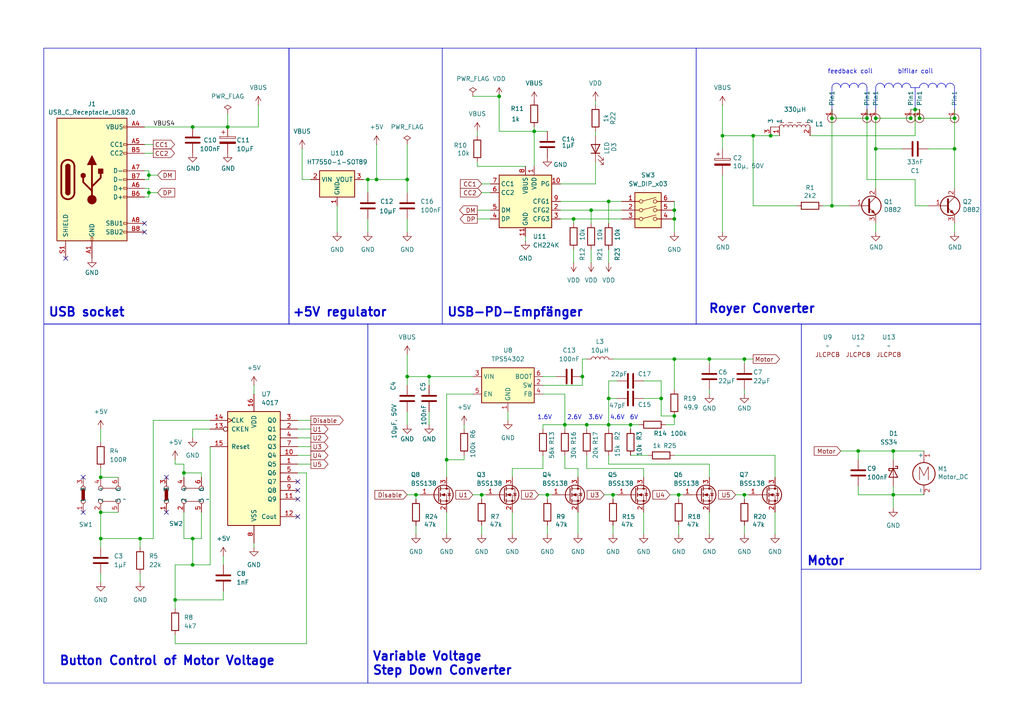
<source format=kicad_sch>
(kicad_sch (version 20250114) (generator "eeschema") (generator_version "9.0")
  (paper "A4")
  (title_block (title "RS64c_PS") (date "2025-05-11") (rev "V1") (company "Ludwin Monz") (comment 1 "you may not use the material for commercial purposes") (comment 2 "you may use non-commercially, adapt, share alike") (comment 3 "https://creativecommons.org/licenses/by-nc-sa/4.0/") (comment 4 "License: Creative Commons Attribution-Non-Commercial (CC BY-NC-SA)"))
  (rectangle (start 265.43 25.4) (end 265.43 31.75))
  (arc (start 275.59 24.13) (mid 276.488 24.502) (end 276.86 25.4))
  (arc (start 262.89 24.13) (mid 263.788 24.502) (end 264.16 25.4))
  (arc (start 247.65 24.13) (mid 248.548 24.502) (end 248.92 25.4))
  (arc (start 248.92 25.4) (mid 249.292 24.502) (end 250.19 24.13))
  (rectangle (start 128.27 13.97) (end 201.93 93.98))
  (rectangle (start 83.82 13.97) (end 128.27 93.98))
  (rectangle (start 106.68 93.98) (end 232.41 198.12))
  (arc (start 260.35 24.13) (mid 261.248 24.502) (end 261.62 25.4))
  (arc (start 254 25.4) (mid 254.372 24.502) (end 255.27 24.13))
  (arc (start 243.84 25.4) (mid 244.212 24.502) (end 245.11 24.13))
  (rectangle (start 201.93 13.97) (end 284.48 93.98))
  (arc (start 255.27 24.13) (mid 256.168 24.502) (end 256.54 25.4))
  (arc (start 241.3 25.4) (mid 241.672 24.502) (end 242.57 24.13))
  (rectangle (start 12.7 13.97) (end 83.82 93.98))
  (rectangle (start 232.41 93.98) (end 284.48 165.1))
  (arc (start 271.78 25.4) (mid 272.152 24.502) (end 273.05 24.13))
  (rectangle (start 12.7 93.98) (end 106.68 198.12))
  (arc (start 261.62 25.4) (mid 261.992 24.502) (end 262.89 24.13))
  (arc (start 274.32 25.4) (mid 274.692 24.502) (end 275.59 24.13))
  (arc (start 246.38 25.4) (mid 246.752 24.502) (end 247.65 24.13))
  (arc (start 242.57 24.13) (mid 243.468 24.502) (end 243.84 25.4))
  (arc (start 266.7 25.4) (mid 267.072 24.502) (end 267.97 24.13))
  (arc (start 269.24 25.4) (mid 269.612 24.502) (end 270.51 24.13))
  (rectangle (start 251.46 25.4) (end 251.46 31.75))
  (arc (start 273.05 24.13) (mid 273.948 24.502) (end 274.32 25.4))
  (rectangle (start 276.86 25.4) (end 276.86 31.75))
  (arc (start 257.81 24.13) (mid 258.708 24.502) (end 259.08 25.4))
  (arc (start 259.08 25.4) (mid 259.452 24.502) (end 260.35 24.13))
  (arc (start 250.19 24.13) (mid 251.088 24.502) (end 251.46 25.4))
  (rectangle (start 241.3 25.4) (end 241.3 31.75))
  (arc (start 245.11 24.13) (mid 246.008 24.502) (end 246.38 25.4))
  (arc (start 267.97 24.13) (mid 268.868 24.502) (end 269.24 25.4))
  (rectangle (start 264.16 25.4) (end 266.7 25.4))
  (rectangle (start 254 25.4) (end 254 31.75))
  (arc (start 256.54 25.4) (mid 256.912 24.502) (end 257.81 24.13))
  (arc (start 270.51 24.13) (mid 271.408 24.502) (end 271.78 25.4))
  (text "+5V regulator" (at 98.552 90.678 0) (effects (font (size 2.54 2.54) (thickness 0.508) (bold yes))))
  (text "3.6V" (at 172.72 121.158 0) (effects (font (size 1.27 1.27))))
  (text "Motor" (at 239.522 162.814 0) (effects (font (size 2.54 2.54) (thickness 0.508) (bold yes))))
  (text "Royer Converter" (at 220.98 89.662 0) (effects (font (size 2.54 2.54) (thickness 0.508) (bold yes))))
  (text "feedback coil" (at 240.03 21.59 0) (effects (font (size 1.27 1.27)) (justify left bottom)))
  (text "4.6V" (at 179.07 121.158 0) (effects (font (size 1.27 1.27))))
  (text "USB-PD-Empfänger " (at 150.368 90.678 0) (effects (font (size 2.54 2.54) (thickness 0.508) (bold yes))))
  (text "Variable Voltage \nStep Down Converter" (at 107.95 192.532 0) (effects (font (size 2.54 2.54) (thickness 0.508) (bold yes)) (justify left)))
  (text "USB socket" (at 25.146 90.678 0) (effects (font (size 2.54 2.54) (thickness 0.508) (bold yes))))
  (text "1.6V" (at 157.988 121.158 0) (effects (font (size 1.27 1.27))))
  (text "bifilar coil" (at 260.35 21.59 0) (effects (font (size 1.27 1.27)) (justify left bottom)))
  (text "2.6V" (at 166.624 121.158 0) (effects (font (size 1.27 1.27))))
  (text "6V" (at 183.896 121.158 0) (effects (font (size 1.27 1.27))))
  (text "Button Control of Motor Voltage" (at 48.514 191.77 0) (effects (font (size 2.54 2.54) (thickness 0.508) (bold yes))))
  (junction (at 195.58 60.96))
  (junction (at 276.86 43.18))
  (junction (at 55.88 36.83))
  (junction (at 241.3 34.29))
  (junction (at 120.65 143.51))
  (junction (at 50.8 173.99))
  (junction (at 223.52 39.37))
  (junction (at 215.9 143.51))
  (junction (at 55.88 156.21))
  (junction (at 248.92 130.81))
  (junction (at 195.58 104.14))
  (junction (at 53.34 137.16))
  (junction (at 254 43.18))
  (junction (at 276.86 34.29))
  (junction (at 171.45 60.96))
  (junction (at 158.75 143.51))
  (junction (at 196.85 143.51))
  (junction (at 218.44 39.37))
  (junction (at 259.08 143.51))
  (junction (at 209.55 39.37))
  (junction (at 144.78 27.94))
  (junction (at 241.3 59.69))
  (junction (at 195.58 63.5))
  (junction (at 251.46 34.29))
  (junction (at 109.22 52.07))
  (junction (at 29.21 156.21))
  (junction (at 176.53 115.57))
  (junction (at 124.46 109.22))
  (junction (at 66.04 36.83))
  (junction (at 106.68 52.07))
  (junction (at 182.88 123.19))
  (junction (at 129.54 133.35))
  (junction (at 205.74 104.14))
  (junction (at 254 34.29))
  (junction (at 191.77 115.57))
  (junction (at 168.91 109.22))
  (junction (at 163.83 123.19))
  (junction (at 118.11 109.22))
  (junction (at 176.53 58.42))
  (junction (at 118.11 52.07))
  (junction (at 264.16 34.29))
  (junction (at 166.37 63.5))
  (junction (at 40.64 156.21))
  (junction (at 43.18 50.8))
  (junction (at 29.21 138.43))
  (junction (at 259.08 130.81))
  (junction (at 139.7 143.51))
  (junction (at 154.94 38.1))
  (junction (at 215.9 104.14))
  (junction (at 177.8 143.51))
  (junction (at 55.88 163.83))
  (junction (at 176.53 123.19))
  (junction (at 195.58 120.65))
  (junction (at 29.21 148.59))
  (junction (at 265.43 31.75))
  (junction (at 266.7 34.29))
  (junction (at 43.18 55.88))
  (junction (at 170.18 123.19))
  (no_connect (at 24.13 138.43))
  (no_connect (at 48.26 148.59))
  (no_connect (at 19.05 74.93))
  (no_connect (at 41.91 64.77))
  (no_connect (at 86.36 142.24))
  (no_connect (at 48.26 138.43))
  (no_connect (at 24.13 148.59))
  (no_connect (at 41.91 67.31))
  (no_connect (at 86.36 139.7))
  (no_connect (at 86.36 144.78))
  (no_connect (at 86.36 149.86))
  (wire (pts (xy 264.16 34.29) (xy 264.16 31.75)))
  (wire (pts (xy 168.91 104.14) (xy 170.18 104.14)))
  (wire (pts (xy 50.8 173.99) (xy 50.8 176.53)))
  (wire (pts (xy 205.74 113.03) (xy 205.74 114.3)))
  (wire (pts (xy 191.77 120.65) (xy 191.77 115.57)))
  (wire (pts (xy 43.18 49.53) (xy 43.18 50.8)))
  (wire (pts (xy 195.58 132.08) (xy 224.79 132.08)))
  (wire (pts (xy 171.45 60.96) (xy 180.34 60.96)))
  (wire (pts (xy 55.88 127) (xy 55.88 124.46)))
  (wire (pts (xy 194.31 143.51) (xy 196.85 143.51)))
  (wire (pts (xy 29.21 124.46) (xy 29.21 128.27)))
  (wire (pts (xy 41.91 44.45) (xy 44.45 44.45)))
  (wire (pts (xy 118.11 52.07) (xy 118.11 55.88)))
  (wire (pts (xy 176.53 123.19) (xy 182.88 123.19)))
  (wire (pts (xy 86.36 124.46) (xy 90.17 124.46)))
  (wire (pts (xy 195.58 58.42) (xy 195.58 60.96)))
  (wire (pts (xy 120.65 152.4) (xy 120.65 154.94)))
  (wire (pts (xy 251.46 34.29) (xy 251.46 52.07)))
  (wire (pts (xy 118.11 119.38) (xy 118.11 123.19)))
  (wire (pts (xy 58.42 156.21) (xy 55.88 156.21)))
  (wire (pts (xy 64.77 171.45) (xy 64.77 173.99)))
  (wire (pts (xy 265.43 31.75) (xy 266.7 31.75)))
  (wire (pts (xy 138.43 60.96) (xy 142.24 60.96)))
  (wire (pts (xy 166.37 63.5) (xy 180.34 63.5)))
  (wire (pts (xy 224.79 132.08) (xy 224.79 138.43)))
  (wire (pts (xy 215.9 104.14) (xy 218.44 104.14)))
  (wire (pts (xy 147.32 119.38) (xy 147.32 121.92)))
  (wire (pts (xy 176.53 134.62) (xy 205.74 134.62)))
  (wire (pts (xy 264.16 34.29) (xy 254 34.29)))
  (wire (pts (xy 154.94 38.1) (xy 158.75 38.1)))
  (wire (pts (xy 163.83 123.19) (xy 163.83 124.46)))
  (wire (pts (xy 259.08 143.51) (xy 267.97 143.51)))
  (wire (pts (xy 58.42 137.16) (xy 53.34 137.16)))
  (wire (pts (xy 29.21 148.59) (xy 29.21 156.21)))
  (wire (pts (xy 254 34.29) (xy 254 43.18)))
  (wire (pts (xy 209.55 30.48) (xy 209.55 39.37)))
  (wire (pts (xy 144.78 38.1) (xy 154.94 38.1)))
  (wire (pts (xy 29.21 148.59) (xy 34.29 148.59)))
  (wire (pts (xy 124.46 109.22) (xy 124.46 111.76)))
  (wire (pts (xy 196.85 144.78) (xy 196.85 143.51)))
  (wire (pts (xy 248.92 133.35) (xy 248.92 130.81)))
  (wire (pts (xy 172.72 38.1) (xy 172.72 39.37)))
  (wire (pts (xy 41.91 41.91) (xy 44.45 41.91)))
  (wire (pts (xy 196.85 152.4) (xy 196.85 154.94)))
  (wire (pts (xy 176.53 58.42) (xy 176.53 64.77)))
  (wire (pts (xy 129.54 114.3) (xy 129.54 133.35)))
  (wire (pts (xy 134.62 123.19) (xy 134.62 124.46)))
  (wire (pts (xy 213.36 143.51) (xy 215.9 143.51)))
  (wire (pts (xy 223.52 39.37) (xy 226.06 39.37)))
  (wire (pts (xy 55.88 156.21) (xy 53.34 156.21)))
  (wire (pts (xy 134.62 132.08) (xy 134.62 133.35)))
  (wire (pts (xy 182.88 132.08) (xy 187.96 132.08)))
  (wire (pts (xy 129.54 114.3) (xy 137.16 114.3)))
  (wire (pts (xy 243.84 130.81) (xy 248.92 130.81)))
  (wire (pts (xy 251.46 34.29) (xy 241.3 34.29)))
  (wire (pts (xy 276.86 34.29) (xy 266.7 34.29)))
  (wire (pts (xy 176.53 58.42) (xy 180.34 58.42)))
  (wire (pts (xy 43.18 55.88) (xy 43.18 57.15)))
  (wire (pts (xy 86.36 134.62) (xy 90.17 134.62)))
  (wire (pts (xy 205.74 148.59) (xy 205.74 154.94)))
  (wire (pts (xy 120.65 144.78) (xy 120.65 143.51)))
  (wire (pts (xy 118.11 109.22) (xy 118.11 111.76)))
  (wire (pts (xy 29.21 135.89) (xy 29.21 138.43)))
  (wire (pts (xy 157.48 124.46) (xy 157.48 123.19)))
  (wire (pts (xy 241.3 34.29) (xy 241.3 59.69)))
  (wire (pts (xy 170.18 123.19) (xy 170.18 124.46)))
  (wire (pts (xy 87.63 43.18) (xy 87.63 52.07)))
  (wire (pts (xy 148.59 135.89) (xy 148.59 138.43)))
  (wire (pts (xy 166.37 72.39) (xy 166.37 76.2)))
  (wire (pts (xy 276.86 31.75) (xy 276.86 34.29)))
  (wire (pts (xy 157.48 123.19) (xy 163.83 123.19)))
  (wire (pts (xy 179.07 115.57) (xy 176.53 115.57)))
  (wire (pts (xy 118.11 41.91) (xy 118.11 52.07)))
  (wire (pts (xy 223.52 39.37) (xy 218.44 39.37)))
  (wire (pts (xy 195.58 104.14) (xy 195.58 113.03)))
  (wire (pts (xy 168.91 104.14) (xy 168.91 109.22)))
  (wire (pts (xy 276.86 67.31) (xy 276.86 64.77)))
  (wire (pts (xy 265.43 52.07) (xy 265.43 59.69)))
  (wire (pts (xy 215.9 113.03) (xy 215.9 114.3)))
  (wire (pts (xy 55.88 163.83) (xy 60.96 163.83)))
  (wire (pts (xy 251.46 52.07) (xy 265.43 52.07)))
  (wire (pts (xy 124.46 109.22) (xy 137.16 109.22)))
  (wire (pts (xy 196.85 143.51) (xy 198.12 143.51)))
  (wire (pts (xy 58.42 138.43) (xy 58.42 137.16)))
  (wire (pts (xy 218.44 59.69) (xy 218.44 39.37)))
  (wire (pts (xy 205.74 104.14) (xy 215.9 104.14)))
  (wire (pts (xy 248.92 130.81) (xy 259.08 130.81)))
  (wire (pts (xy 254 31.75) (xy 254 34.29)))
  (wire (pts (xy 251.46 31.75) (xy 251.46 34.29)))
  (wire (pts (xy 106.68 52.07) (xy 105.41 52.07)))
  (wire (pts (xy 138.43 46.99) (xy 138.43 48.26)))
  (wire (pts (xy 264.16 31.75) (xy 265.43 31.75)))
  (wire (pts (xy 191.77 110.49) (xy 191.77 115.57)))
  (wire (pts (xy 168.91 109.22) (xy 168.91 111.76)))
  (wire (pts (xy 157.48 135.89) (xy 157.48 132.08)))
  (wire (pts (xy 170.18 135.89) (xy 186.69 135.89)))
  (wire (pts (xy 138.43 63.5) (xy 142.24 63.5)))
  (wire (pts (xy 265.43 59.69) (xy 269.24 59.69)))
  (wire (pts (xy 40.64 166.37) (xy 40.64 168.91)))
  (wire (pts (xy 224.79 148.59) (xy 224.79 154.94)))
  (wire (pts (xy 60.96 129.54) (xy 60.96 163.83)))
  (wire (pts (xy 261.62 43.18) (xy 254 43.18)))
  (wire (pts (xy 163.83 114.3) (xy 157.48 114.3)))
  (wire (pts (xy 154.94 38.1) (xy 154.94 48.26)))
  (wire (pts (xy 50.8 184.15) (xy 50.8 186.69)))
  (wire (pts (xy 215.9 152.4) (xy 215.9 154.94)))
  (wire (pts (xy 248.92 140.97) (xy 248.92 143.51)))
  (wire (pts (xy 64.77 161.29) (xy 64.77 163.83)))
  (wire (pts (xy 137.16 143.51) (xy 139.7 143.51)))
  (wire (pts (xy 50.8 133.35) (xy 50.8 134.62)))
  (wire (pts (xy 43.18 57.15) (xy 41.91 57.15)))
  (wire (pts (xy 254 67.31) (xy 254 64.77)))
  (wire (pts (xy 157.48 109.22) (xy 161.29 109.22)))
  (wire (pts (xy 43.18 54.61) (xy 43.18 55.88)))
  (wire (pts (xy 73.66 157.48) (xy 73.66 158.75)))
  (wire (pts (xy 215.9 144.78) (xy 215.9 143.51)))
  (wire (pts (xy 129.54 148.59) (xy 129.54 154.94)))
  (wire (pts (xy 191.77 115.57) (xy 186.69 115.57)))
  (wire (pts (xy 265.43 39.37) (xy 234.95 39.37)))
  (wire (pts (xy 66.04 36.83) (xy 74.93 36.83)))
  (wire (pts (xy 50.8 186.69) (xy 88.9 186.69)))
  (wire (pts (xy 139.7 143.51) (xy 140.97 143.51)))
  (wire (pts (xy 134.62 133.35) (xy 129.54 133.35)))
  (wire (pts (xy 175.26 143.51) (xy 177.8 143.51)))
  (wire (pts (xy 177.8 144.78) (xy 177.8 143.51)))
  (wire (pts (xy 97.79 59.69) (xy 97.79 67.31)))
  (wire (pts (xy 158.75 152.4) (xy 158.75 154.94)))
  (wire (pts (xy 205.74 134.62) (xy 205.74 138.43)))
  (wire (pts (xy 29.21 166.37) (xy 29.21 168.91)))
  (wire (pts (xy 254 43.18) (xy 254 54.61)))
  (wire (pts (xy 53.34 134.62) (xy 53.34 137.16)))
  (wire (pts (xy 139.7 53.34) (xy 142.24 53.34)))
  (wire (pts (xy 162.56 63.5) (xy 166.37 63.5)))
  (wire (pts (xy 41.91 36.83) (xy 55.88 36.83)))
  (wire (pts (xy 195.58 120.65) (xy 195.58 123.19)))
  (wire (pts (xy 171.45 60.96) (xy 171.45 64.77)))
  (wire (pts (xy 215.9 104.14) (xy 215.9 105.41)))
  (wire (pts (xy 166.37 63.5) (xy 166.37 64.77)))
  (wire (pts (xy 182.88 123.19) (xy 182.88 124.46)))
  (wire (pts (xy 195.58 123.19) (xy 193.04 123.19)))
  (wire (pts (xy 167.64 148.59) (xy 167.64 154.94)))
  (wire (pts (xy 29.21 138.43) (xy 34.29 138.43)))
  (wire (pts (xy 55.88 156.21) (xy 55.88 163.83)))
  (wire (pts (xy 58.42 148.59) (xy 58.42 156.21)))
  (wire (pts (xy 195.58 104.14) (xy 205.74 104.14)))
  (wire (pts (xy 87.63 52.07) (xy 90.17 52.07)))
  (wire (pts (xy 50.8 173.99) (xy 64.77 173.99)))
  (wire (pts (xy 176.53 123.19) (xy 176.53 124.46)))
  (wire (pts (xy 231.14 59.69) (xy 218.44 59.69)))
  (wire (pts (xy 158.75 144.78) (xy 158.75 143.51)))
  (wire (pts (xy 241.3 31.75) (xy 241.3 34.29)))
  (wire (pts (xy 218.44 39.37) (xy 209.55 39.37)))
  (wire (pts (xy 269.24 43.18) (xy 276.86 43.18)))
  (wire (pts (xy 163.83 123.19) (xy 170.18 123.19)))
  (wire (pts (xy 106.68 63.5) (xy 106.68 67.31)))
  (wire (pts (xy 179.07 110.49) (xy 176.53 110.49)))
  (wire (pts (xy 118.11 143.51) (xy 120.65 143.51)))
  (wire (pts (xy 172.72 29.21) (xy 172.72 30.48)))
  (wire (pts (xy 195.58 63.5) (xy 195.58 67.31)))
  (wire (pts (xy 259.08 130.81) (xy 259.08 133.35)))
  (wire (pts (xy 86.36 121.92) (xy 90.17 121.92)))
  (wire (pts (xy 186.69 135.89) (xy 186.69 138.43)))
  (wire (pts (xy 139.7 152.4) (xy 139.7 154.94)))
  (wire (pts (xy 88.9 137.16) (xy 86.36 137.16)))
  (wire (pts (xy 195.58 60.96) (xy 195.58 63.5)))
  (wire (pts (xy 43.18 50.8) (xy 45.72 50.8)))
  (wire (pts (xy 109.22 52.07) (xy 118.11 52.07)))
  (wire (pts (xy 148.59 148.59) (xy 148.59 154.94)))
  (wire (pts (xy 265.43 31.75) (xy 265.43 39.37)))
  (wire (pts (xy 40.64 156.21) (xy 44.45 156.21)))
  (wire (pts (xy 176.53 115.57) (xy 176.53 123.19)))
  (wire (pts (xy 176.53 110.49) (xy 176.53 115.57)))
  (wire (pts (xy 120.65 143.51) (xy 121.92 143.51)))
  (wire (pts (xy 248.92 143.51) (xy 259.08 143.51)))
  (wire (pts (xy 158.75 143.51) (xy 160.02 143.51)))
  (wire (pts (xy 148.59 135.89) (xy 157.48 135.89)))
  (wire (pts (xy 55.88 36.83) (xy 66.04 36.83)))
  (wire (pts (xy 177.8 143.51) (xy 179.07 143.51)))
  (wire (pts (xy 43.18 50.8) (xy 43.18 52.07)))
  (wire (pts (xy 276.86 34.29) (xy 276.86 43.18)))
  (wire (pts (xy 86.36 127) (xy 90.17 127)))
  (wire (pts (xy 74.93 30.48) (xy 74.93 36.83)))
  (wire (pts (xy 182.88 123.19) (xy 185.42 123.19)))
  (wire (pts (xy 162.56 58.42) (xy 176.53 58.42)))
  (wire (pts (xy 176.53 72.39) (xy 176.53 76.2)))
  (wire (pts (xy 162.56 53.34) (xy 172.72 53.34)))
  (wire (pts (xy 88.9 186.69) (xy 88.9 137.16)))
  (wire (pts (xy 163.83 132.08) (xy 163.83 135.89)))
  (wire (pts (xy 29.21 158.75) (xy 29.21 156.21)))
  (wire (pts (xy 118.11 102.87) (xy 118.11 109.22)))
  (wire (pts (xy 50.8 163.83) (xy 55.88 163.83)))
  (wire (pts (xy 41.91 52.07) (xy 43.18 52.07)))
  (wire (pts (xy 259.08 130.81) (xy 267.97 130.81)))
  (wire (pts (xy 209.55 39.37) (xy 209.55 43.18)))
  (wire (pts (xy 156.21 143.51) (xy 158.75 143.51)))
  (wire (pts (xy 118.11 63.5) (xy 118.11 67.31)))
  (wire (pts (xy 205.74 104.14) (xy 205.74 105.41)))
  (wire (pts (xy 154.94 36.83) (xy 154.94 38.1)))
  (wire (pts (xy 44.45 121.92) (xy 60.96 121.92)))
  (wire (pts (xy 73.66 111.76) (xy 73.66 114.3)))
  (wire (pts (xy 41.91 54.61) (xy 43.18 54.61)))
  (wire (pts (xy 241.3 59.69) (xy 246.38 59.69)))
  (wire (pts (xy 55.88 124.46) (xy 60.96 124.46)))
  (wire (pts (xy 139.7 55.88) (xy 142.24 55.88)))
  (wire (pts (xy 259.08 140.97) (xy 259.08 143.51)))
  (wire (pts (xy 171.45 72.39) (xy 171.45 76.2)))
  (wire (pts (xy 44.45 121.92) (xy 44.45 156.21)))
  (wire (pts (xy 209.55 50.8) (xy 209.55 67.31)))
  (wire (pts (xy 53.34 137.16) (xy 53.34 138.43)))
  (wire (pts (xy 191.77 120.65) (xy 195.58 120.65)))
  (wire (pts (xy 106.68 52.07) (xy 109.22 52.07)))
  (wire (pts (xy 124.46 119.38) (xy 124.46 123.19)))
  (wire (pts (xy 66.04 33.02) (xy 66.04 36.83)))
  (wire (pts (xy 138.43 48.26) (xy 152.4 48.26)))
  (wire (pts (xy 241.3 59.69) (xy 238.76 59.69)))
  (wire (pts (xy 43.18 55.88) (xy 45.72 55.88)))
  (wire (pts (xy 86.36 132.08) (xy 90.17 132.08)))
  (wire (pts (xy 186.69 110.49) (xy 191.77 110.49)))
  (wire (pts (xy 53.34 148.59) (xy 53.34 156.21)))
  (wire (pts (xy 40.64 156.21) (xy 40.64 158.75)))
  (wire (pts (xy 266.7 34.29) (xy 266.7 31.75)))
  (wire (pts (xy 50.8 173.99) (xy 50.8 163.83)))
  (wire (pts (xy 50.8 134.62) (xy 53.34 134.62)))
  (wire (pts (xy 162.56 60.96) (xy 171.45 60.96)))
  (wire (pts (xy 163.83 114.3) (xy 163.83 123.19)))
  (wire (pts (xy 177.8 152.4) (xy 177.8 154.94)))
  (wire (pts (xy 41.91 49.53) (xy 43.18 49.53)))
  (wire (pts (xy 129.54 133.35) (xy 129.54 138.43)))
  (wire (pts (xy 167.64 135.89) (xy 167.64 138.43)))
  (wire (pts (xy 109.22 41.91) (xy 109.22 52.07)))
  (wire (pts (xy 144.78 27.94) (xy 144.78 38.1)))
  (wire (pts (xy 157.48 111.76) (xy 168.91 111.76)))
  (wire (pts (xy 86.36 129.54) (xy 90.17 129.54)))
  (wire (pts (xy 118.11 109.22) (xy 124.46 109.22)))
  (wire (pts (xy 106.68 52.07) (xy 106.68 55.88)))
  (wire (pts (xy 177.8 104.14) (xy 195.58 104.14)))
  (wire (pts (xy 137.16 27.94) (xy 144.78 27.94)))
  (wire (pts (xy 176.53 132.08) (xy 176.53 134.62)))
  (wire (pts (xy 215.9 143.51) (xy 217.17 143.51)))
  (wire (pts (xy 170.18 123.19) (xy 176.53 123.19)))
  (wire (pts (xy 139.7 144.78) (xy 139.7 143.51)))
  (wire (pts (xy 276.86 43.18) (xy 276.86 54.61)))
  (wire (pts (xy 152.4 68.58) (xy 152.4 69.85)))
  (wire (pts (xy 172.72 46.99) (xy 172.72 53.34)))
  (wire (pts (xy 163.83 135.89) (xy 167.64 135.89)))
  (wire (pts (xy 29.21 156.21) (xy 40.64 156.21)))
  (wire (pts (xy 138.43 38.1) (xy 138.43 39.37)))
  (wire (pts (xy 186.69 148.59) (xy 186.69 154.94)))
  (wire (pts (xy 259.08 143.51) (xy 259.08 147.32)))
  (wire (pts (xy 170.18 132.08) (xy 170.18 135.89)))
  (label "VBUS4" (at 44.45 36.83 0))
  (global_label "U5" (shape input) (at 213.36 143.51 180) (property "Intersheetrefs" "${INTERSHEET_REFS}" (effects (hide yes))))
  (global_label "U3" (shape input) (at 175.26 143.51 180) (property "Intersheetrefs" "${INTERSHEET_REFS}" (effects (hide yes))))
  (global_label "Disable" (shape input) (at 118.11 143.51 180) (property "Intersheetrefs" "${INTERSHEET_REFS}" (effects (hide yes))))
  (global_label "U2" (shape input) (at 156.21 143.51 180) (property "Intersheetrefs" "${INTERSHEET_REFS}" (effects (hide yes))))
  (global_label "CC2" (shape output) (at 44.45 44.45 0) (property "Intersheetrefs" "${INTERSHEET_REFS}" (effects (hide yes))))
  (global_label "U4" (shape output) (at 90.17 132.08 0) (property "Intersheetrefs" "${INTERSHEET_REFS}" (effects (hide yes))))
  (global_label "Motor" (shape input) (at 243.84 130.81 180) (property "Intersheetrefs" "${INTERSHEET_REFS}" (effects (hide yes))))
  (global_label "DM" (shape output) (at 138.43 60.96 180) (property "Intersheetrefs" "${INTERSHEET_REFS}" (effects (hide yes))))
  (global_label "DP" (shape input) (at 45.72 55.88 0) (property "Intersheetrefs" "${INTERSHEET_REFS}" (effects (hide yes))))
  (global_label "U5" (shape output) (at 90.17 134.62 0) (property "Intersheetrefs" "${INTERSHEET_REFS}" (effects (hide yes))))
  (global_label "CC1" (shape output) (at 44.45 41.91 0) (property "Intersheetrefs" "${INTERSHEET_REFS}" (effects (hide yes))))
  (global_label "DM" (shape input) (at 45.72 50.8 0) (property "Intersheetrefs" "${INTERSHEET_REFS}" (effects (hide yes))))
  (global_label "U1" (shape input) (at 137.16 143.51 180) (property "Intersheetrefs" "${INTERSHEET_REFS}" (effects (hide yes))))
  (global_label "U4" (shape input) (at 194.31 143.51 180) (property "Intersheetrefs" "${INTERSHEET_REFS}" (effects (hide yes))))
  (global_label "U2" (shape output) (at 90.17 127 0) (property "Intersheetrefs" "${INTERSHEET_REFS}" (effects (hide yes))))
  (global_label "U1" (shape output) (at 90.17 124.46 0) (property "Intersheetrefs" "${INTERSHEET_REFS}" (effects (hide yes))))
  (global_label "DP" (shape output) (at 138.43 63.5 180) (property "Intersheetrefs" "${INTERSHEET_REFS}" (effects (hide yes))))
  (global_label "Disable" (shape output) (at 90.17 121.92 0) (property "Intersheetrefs" "${INTERSHEET_REFS}" (effects (hide yes))))
  (global_label "Motor" (shape output) (at 218.44 104.14 0) (property "Intersheetrefs" "${INTERSHEET_REFS}" (effects (hide yes))))
  (global_label "CC1" (shape input) (at 139.7 53.34 180) (property "Intersheetrefs" "${INTERSHEET_REFS}" (effects (hide yes))))
  (global_label "CC2" (shape input) (at 139.7 55.88 180) (property "Intersheetrefs" "${INTERSHEET_REFS}" (effects (hide yes))))
  (global_label "U3" (shape output) (at 90.17 129.54 0) (property "Intersheetrefs" "${INTERSHEET_REFS}" (effects (hide yes))))
  (symbol (lib_id "RD56c_PS_V1-rescue:CP-Device") (at 209.55 46.99 0) (unit 1)
    (property "Reference" "C2" (at 212.5472 45.8216 0) (effects (justify left)))
    (property "Value" "10µ, 50V" (at 212.5472 48.133 0) (effects (justify left)))
    (property "Footprint" "Capacitor_SMD:C_1206_3216Metric" (effects (hide yes)))
    (property "LCSC" "C13585" (effects (hide yes)))
  )
  (symbol (lib_id "Device:Q_NPN_BCE") (at 251.46 59.69 0) (unit 1)
    (property "Reference" "Q1" (at 256.3114 58.5216 0) (effects (justify left)))
    (property "Value" "D882" (at 256.3114 60.833 0) (effects (justify left)))
    (property "Footprint" "my_footprints:D882" (effects (hide yes)))
    (property "LCSC" "C9634" (effects (hide yes)))
  )
  (symbol (lib_id "Device:Q_NPN_BCE") (at 274.32 59.69 0) (unit 1)
    (property "Reference" "Q2" (at 279.1714 58.5216 0) (effects (justify left)))
    (property "Value" "D882" (at 279.1714 60.833 0) (effects (justify left)))
    (property "Footprint" "my_footprints:D882" (effects (hide yes)))
    (property "LCSC" "C9634" (effects (hide yes)))
  )
  (symbol (lib_id "my_symbols:coil_2size") (at 228.6 36.83 0) (unit 1)
    (property "Reference" "L1" (at 236.4232 35.9664 0) (effects (justify left)))
    (property "Value" "330µH" (at 227.33 31.75 0) (effects (justify left)))
    (property "Footprint" "Inductor_SMD:L_SXN_SMDRI127" (effects (hide yes)))
    (property "LCSC" "C10152" (effects (hide yes)))
  )
  (symbol (lib_id "Device:C") (at 265.43 43.18 270) (unit 1)
    (property "Reference" "C1" (at 265.43 49.53 90))
    (property "Value" "33nF" (at 265.43 46.99 90))
    (property "Footprint" "Capacitor_SMD:C_1812_4532Metric" (effects (hide yes)))
    (property "LCSC" "C97977" (effects (hide yes)))
  )
  (symbol (lib_id "Device:R") (at 234.95 59.69 270) (unit 1)
    (property "Reference" "R1" (at 234.95 54.4322 90))
    (property "Value" "2k2" (at 234.95 56.7436 90))
    (property "Footprint" "Resistor_SMD:R_0603_1608Metric" (effects (hide yes)))
    (property "LCSC" "C4190" (effects (hide yes)))
  )
  (symbol (lib_id "power:GND") (at 209.55 67.31 0) (unit 1)
    (property "Reference" "#PWR02" (effects (hide yes)))
    (property "Value" "GND" (at 209.677 71.7042 0))
  )
  (symbol (lib_id "power:GND") (at 254 67.31 0) (unit 1)
    (property "Reference" "#PWR03" (effects (hide yes)))
    (property "Value" "GND" (at 254.127 71.7042 0))
  )
  (symbol (lib_id "power:GND") (at 276.86 67.31 0) (unit 1)
    (property "Reference" "#PWR04" (effects (hide yes)))
    (property "Value" "GND" (at 276.987 71.7042 0))
  )
  (symbol (lib_id "my_symbols:Pin-Connector") (at 238.76 34.29 90) (unit 1)
    (property "Reference" "U1" (effects (hide yes)))
    (property "Value" "Pin-Connector" (effects (hide yes)))
    (property "Footprint" "my_footprints:Pin_2mm" (effects (hide yes)))
  )
  (symbol (lib_id "my_symbols:Pin-Connector") (at 248.92 34.29 90) (unit 1)
    (property "Reference" "U2" (effects (hide yes)))
    (property "Value" "Pin-Connector" (effects (hide yes)))
    (property "Footprint" "my_footprints:Pin_2mm" (effects (hide yes)))
  )
  (symbol (lib_id "my_symbols:Pin-Connector") (at 251.46 34.29 90) (unit 1)
    (property "Reference" "U3" (effects (hide yes)))
    (property "Value" "Pin-Connector" (effects (hide yes)))
    (property "Footprint" "my_footprints:Pin_2mm" (effects (hide yes)))
  )
  (symbol (lib_id "my_symbols:Pin-Connector") (at 261.62 34.29 90) (unit 1)
    (property "Reference" "U4" (effects (hide yes)))
    (property "Value" "Pin-Connector" (effects (hide yes)))
    (property "Footprint" "my_footprints:Pin_2mm" (effects (hide yes)))
  )
  (symbol (lib_id "my_symbols:Pin-Connector") (at 264.16 34.29 90) (unit 1)
    (property "Reference" "U5" (effects (hide yes)))
    (property "Value" "Pin-Connector" (effects (hide yes)))
    (property "Footprint" "my_footprints:Pin_2mm" (effects (hide yes)))
  )
  (symbol (lib_id "my_symbols:Pin-Connector") (at 274.32 34.29 90) (unit 1)
    (property "Reference" "U6" (effects (hide yes)))
    (property "Value" "Pin-Connector" (effects (hide yes)))
    (property "Footprint" "my_footprints:Pin_2mm" (effects (hide yes)))
  )
  (symbol (lib_id "Device:C") (at 248.92 137.16 0) (unit 1)
    (property "Reference" "C9" (at 251.46 135.89 0) (effects (justify left)))
    (property "Value" "100nF" (at 251.46 138.43 0) (effects (justify left)))
    (property "Footprint" "Capacitor_SMD:C_0603_1608Metric" (effects (hide yes)))
    (property "LCSC" "C14663" (effects (hide yes)))
  )
  (symbol (lib_id "Device:R") (at 170.18 128.27 0) (unit 1)
    (property "Reference" "R17" (at 172.72 129.032 90) (effects (justify left)))
    (property "Value" "20k" (at 172.72 133.096 90) (effects (justify left)))
    (property "Footprint" "Resistor_SMD:R_0402_1005Metric" (effects (hide yes)))
    (property "Description" "Resistor" (effects (hide yes)))
    (property "LCSC" "C25765" (effects (hide yes)))
  )
  (symbol (lib_id "power:GND") (at 177.8 154.94 0) (unit 1)
    (property "Reference" "#PWR036" (effects (hide yes)))
    (property "Value" "GND" (at 177.8 160.02 0))
    (property "Description" "Power symbol creates a global label with name \"GND\" , ground" (effects (hide yes)))
  )
  (symbol (lib_id "Device:D_Schottky") (at 259.08 137.16 270) (unit 1)
    (property "Reference" "D1" (at 257.81 125.73 90) (effects (justify left)))
    (property "Value" "SS34" (at 255.27 128.27 90) (effects (justify left)))
    (property "Footprint" "my_footprints:DIOM7959X265N" (effects (hide yes)))
    (property "LCSC" "C8678" (effects (hide yes)))
  )
  (symbol (lib_id "power:GND") (at 158.75 154.94 0) (unit 1)
    (property "Reference" "#PWR031" (effects (hide yes)))
    (property "Value" "GND" (at 158.75 160.02 0))
    (property "Description" "Power symbol creates a global label with name \"GND\" , ground" (effects (hide yes)))
  )
  (symbol (lib_id "Device:LED") (at 172.72 43.18 90) (unit 1)
    (property "Reference" "D3" (at 178.054 42.672 0))
    (property "Value" "LED" (at 176.022 42.926 0))
    (property "Footprint" "LED_SMD:LED_0805_2012Metric" (effects (hide yes)))
    (property "Description" "Light emitting diode" (effects (hide yes)))
    (property "Sim.Pins" "1=K 2=A" (effects (hide yes)))
    (property "LCSC" "C84256" (effects (hide yes)))
  )
  (symbol (lib_id "power:GND") (at 205.74 114.3 0) (unit 1)
    (property "Reference" "#PWR08" (effects (hide yes)))
    (property "Value" "GND" (at 205.74 118.4331 0))
  )
  (symbol (lib_id "New_Library:JLCPCB") (at 257.81 102.87 0) (unit 1)
    (property "Reference" "U13" (at 257.81 97.79 0))
    (property "Value" "~" (at 257.81 100.33 0))
    (property "Footprint" "my_footprints:JLC_tooling_hole" (effects (hide yes)))
  )
  (symbol (lib_id "power:GND") (at 29.21 168.91 0) (unit 1)
    (property "Reference" "#PWR010" (effects (hide yes)))
    (property "Value" "GND" (at 29.21 173.99 0))
    (property "Description" "Power symbol creates a global label with name \"GND\" , ground" (effects (hide yes)))
  )
  (symbol (lib_id "Device:R") (at 172.72 34.29 0) (unit 1)
    (property "Reference" "R22" (at 177.8 34.29 90))
    (property "Value" "1k" (at 175.768 34.29 90))
    (property "Footprint" "Resistor_SMD:R_0603_1608Metric" (effects (hide yes)))
    (property "Description" "Resistor" (effects (hide yes)))
    (property "LCSC" "C21190" (effects (hide yes)))
  )
  (symbol (lib_id "power:GND") (at 97.79 67.31 0) (unit 1)
    (property "Reference" "#PWR030" (effects (hide yes)))
    (property "Value" "GND" (at 97.79 72.39 0))
    (property "Description" "Power symbol creates a global label with name \"GND\" , ground" (effects (hide yes)))
  )
  (symbol (lib_id "Device:R") (at 139.7 148.59 0) (unit 1)
    (property "Reference" "R7" (at 142.24 149.86 0) (effects (justify left)))
    (property "Value" "47k" (at 141.986 152.146 0) (effects (justify left)))
    (property "Footprint" "Resistor_SMD:R_0402_1005Metric" (effects (hide yes)))
    (property "Description" "Resistor" (effects (hide yes)))
    (property "LCSC" "C25792" (effects (hide yes)))
  )
  (symbol (lib_id "Device:C") (at 158.75 41.91 0) (unit 1)
    (property "Reference" "C14" (at 164.846 40.386 0))
    (property "Value" "1µF" (at 164.846 42.164 0))
    (property "Footprint" "Capacitor_SMD:C_0603_1608Metric" (effects (hide yes)))
    (property "Description" "Unpolarized capacitor" (effects (hide yes)))
    (property "LCSC" "C15849" (effects (hide yes)))
  )
  (symbol (lib_id "Transistor_FET:BSS138") (at 146.05 143.51 0) (unit 1)
    (property "Reference" "Q3" (at 138.176 137.668 0) (effects (justify left)))
    (property "Value" "BSS138" (at 138.176 140.208 0) (effects (justify left)))
    (property "Footprint" "Package_TO_SOT_SMD:SOT-23" (effects (hide yes)))
    (property "Datasheet" "https://www.onsemi.com/pub/Collateral/BSS138-D.PDF" (effects (hide yes)))
    (property "Description" "50V Vds, 0.22A Id, N-Channel MOSFET, SOT-23" (effects (hide yes)))
    (property "LCSC" "C7420339" (effects (hide yes)))
  )
  (symbol (lib_id "power:+5V") (at 64.77 161.29 0) (unit 1)
    (property "Reference" "#PWR012" (effects (hide yes)))
    (property "Value" "+5V" (at 64.77 156.21 0))
    (property "Description" "Power symbol creates a global label with name \"+5V\"" (effects (hide yes)))
  )
  (symbol (lib_id "Device:C") (at 182.88 115.57 90) (unit 1)
    (property "Reference" "C15" (at 186.944 117.348 90))
    (property "Value" "47pF" (at 179.07 117.602 90))
    (property "Footprint" "Capacitor_SMD:C_0603_1608Metric" (effects (hide yes)))
    (property "Description" "Unpolarized capacitor" (effects (hide yes)))
    (property "LCSC" "C1671" (effects (hide yes)))
  )
  (symbol (lib_id "Device:R") (at 154.94 33.02 0) (unit 1)
    (property "Reference" "R11" (at 148.082 31.496 0) (effects (justify left)))
    (property "Value" "1k" (at 148.336 34.544 0) (effects (justify left)))
    (property "Footprint" "Resistor_SMD:R_0402_1005Metric" (effects (hide yes)))
    (property "Description" "Resistor" (effects (hide yes)))
    (property "LCSC" "C11702" (effects (hide yes)))
  )
  (symbol (lib_id "power:GND") (at 139.7 154.94 0) (unit 1)
    (property "Reference" "#PWR025" (effects (hide yes)))
    (property "Value" "GND" (at 139.7 160.02 0))
    (property "Description" "Power symbol creates a global label with name \"GND\" , ground" (effects (hide yes)))
  )
  (symbol (lib_id "power:PWR_FLAG") (at 137.16 27.94 0) (unit 1)
    (property "Reference" "#FLG03" (effects (hide yes)))
    (property "Value" "PWR_FLAG" (at 137.16 22.86 0))
    (property "Description" "Special symbol for telling ERC where power comes from" (effects (hide yes)))
  )
  (symbol (lib_id "Device:R") (at 134.62 128.27 0) (unit 1)
    (property "Reference" "R6" (at 137.16 127.254 90) (effects (justify left)))
    (property "Value" "100k" (at 137.16 132.842 90) (effects (justify left)))
    (property "Footprint" "Resistor_SMD:R_0402_1005Metric" (effects (hide yes)))
    (property "Description" "Resistor" (effects (hide yes)))
    (property "LCSC" "C25741" (effects (hide yes)))
  )
  (symbol (lib_id "Switch:SW_DIP_x03") (at 187.96 60.96 0) (unit 1)
    (property "Reference" "SW3" (at 187.96 50.8 0))
    (property "Value" "SW_DIP_x03" (at 187.96 53.34 0))
    (property "Footprint" "Button_Switch_SMD:SW_DIP_SPSTx03_Slide_9.78x9.8mm_W8.61mm_P2.54mm" (effects (hide yes)))
    (property "Description" "3x DIP Switch, Single Pole Single Throw (SPST) switch, small symbol" (effects (hide yes)))
    (property "LCSC" "C7421520" (effects (hide yes)))
  )
  (symbol (lib_id "Device:C") (at 106.68 59.69 0) (unit 1)
    (property "Reference" "C12" (at 110.236 58.42 0) (effects (justify left)))
    (property "Value" "10µF" (at 109.982 61.214 0) (effects (justify left)))
    (property "Footprint" "Capacitor_SMD:C_1206_3216Metric" (effects (hide yes)))
    (property "Description" "Unpolarized capacitor" (effects (hide yes)))
    (property "LCSC" "C13585" (effects (hide yes)))
  )
  (symbol (lib_id "Interface_USB:CH224K") (at 152.4 58.42 0) (unit 1)
    (property "Reference" "U11" (at 154.5433 68.58 0) (effects (justify left)))
    (property "Value" "CH224K" (at 154.5433 71.12 0) (effects (justify left)))
    (property "Footprint" "Package_SO:SSOP-10-1EP_3.9x4.9mm_P1mm_EP2.1x3.3mm" (effects (hide yes)))
    (property "Datasheet" "https://www.wch.cn/downloads/file/301.html" (effects (hide yes)))
    (property "Description" "100W USB Type-C PD3.0/2.0, BC1.2 Sink Controller, SSOP-10" (effects (hide yes)))
    (property "LCSC" "C970725" (effects (hide yes)))
  )
  (symbol (lib_id "RD40_display_SMD-rescue:CP-Device") (at 66.04 40.64 0) (unit 1)
    (property "Reference" "C11" (at 68.58 40.64 0) (effects (justify left)))
    (property "Value" "10µF" (at 68.58 43.18 0) (effects (justify left)))
    (property "Footprint" "Capacitor_SMD:C_0805_2012Metric" (effects (hide yes)))
    (property "LCSC" "C440198" (effects (hide yes)))
  )
  (symbol (lib_id "power:GND") (at 73.66 158.75 0) (unit 1)
    (property "Reference" "#PWR017" (effects (hide yes)))
    (property "Value" "GND" (at 73.66 163.83 0))
    (property "Description" "Power symbol creates a global label with name \"GND\" , ground" (effects (hide yes)))
  )
  (symbol (lib_id "power:GND") (at 167.64 154.94 0) (unit 1)
    (property "Reference" "#PWR035" (effects (hide yes)))
    (property "Value" "GND" (at 167.64 160.02 0))
    (property "Description" "Power symbol creates a global label with name \"GND\" , ground" (effects (hide yes)))
  )
  (symbol (lib_id "power:GND") (at 205.74 154.94 0) (unit 1)
    (property "Reference" "#PWR039" (effects (hide yes)))
    (property "Value" "GND" (at 205.74 160.02 0))
    (property "Description" "Power symbol creates a global label with name \"GND\" , ground" (effects (hide yes)))
  )
  (symbol (lib_id "power:GND") (at 66.04 44.45 0) (unit 1)
    (property "Reference" "#PWR026" (effects (hide yes)))
    (property "Value" "GND" (at 66.167 48.8442 0))
  )
  (symbol (lib_id "power:VBUS") (at 209.55 30.48 0) (unit 1)
    (property "Reference" "#PWR01" (effects (hide yes)))
    (property "Value" "VBUS" (at 209.55 25.4 0))
    (property "Description" "Power symbol creates a global label with name \"VBUS\"" (effects (hide yes)))
  )
  (symbol (lib_id "power:GND") (at 120.65 154.94 0) (unit 1)
    (property "Reference" "#PWR051" (effects (hide yes)))
    (property "Value" "GND" (at 120.65 160.02 0))
    (property "Description" "Power symbol creates a global label with name \"GND\" , ground" (effects (hide yes)))
  )
  (symbol (lib_id "power:VDD") (at 144.78 27.94 0) (unit 1)
    (property "Reference" "#PWR042" (effects (hide yes)))
    (property "Value" "VDD" (at 144.78 22.86 0))
    (property "Description" "Power symbol creates a global label with name \"VDD\"" (effects (hide yes)))
  )
  (symbol (lib_id "Connector:USB_C_Receptacle_USB2.0") (at 26.67 52.07 0) (unit 1)
    (property "Reference" "J1" (at 26.67 30.1457 0))
    (property "Value" "USB_C_Receptacle_USB2.0" (at 26.67 32.5699 0))
    (property "Footprint" "my_footprints:USB_C_Receptacle" (effects (hide yes)))
    (property "Datasheet" "https://www.usb.org/sites/default/files/documents/usb_type-c.zip" (effects (hide yes)))
    (property "LCSC" "C709357" (effects (hide yes)))
  )
  (symbol (lib_id "New_Library:JLCPCB") (at 248.92 102.87 0) (unit 1)
    (property "Reference" "U12" (at 248.92 97.79 0))
    (property "Value" "~" (at 248.92 100.33 0))
    (property "Footprint" "my_footprints:JLC_tooling_hole" (effects (hide yes)))
  )
  (symbol (lib_id "power:GND") (at 106.68 67.31 0) (unit 1)
    (property "Reference" "#PWR033" (effects (hide yes)))
    (property "Value" "GND" (at 106.68 72.39 0))
    (property "Description" "Power symbol creates a global label with name \"GND\" , ground" (effects (hide yes)))
  )
  (symbol (lib_id "power:+5V") (at 29.21 124.46 0) (unit 1)
    (property "Reference" "#PWR07" (effects (hide yes)))
    (property "Value" "+5V" (at 29.21 119.38 0))
    (property "Description" "Power symbol creates a global label with name \"+5V\"" (effects (hide yes)))
  )
  (symbol (lib_id "power:VBUS") (at 74.93 30.48 0) (unit 1)
    (property "Reference" "#PWR027" (effects (hide yes)))
    (property "Value" "VBUS" (at 74.93 25.4 0))
    (property "Description" "Power symbol creates a global label with name \"VBUS\"" (effects (hide yes)))
  )
  (symbol (lib_id "Device:R") (at 215.9 148.59 0) (unit 1)
    (property "Reference" "R20" (at 218.44 149.86 0) (effects (justify left)))
    (property "Value" "47k" (at 218.186 152.146 0) (effects (justify left)))
    (property "Footprint" "Resistor_SMD:R_0402_1005Metric" (effects (hide yes)))
    (property "Description" "Resistor" (effects (hide yes)))
    (property "LCSC" "C25792" (effects (hide yes)))
  )
  (symbol (lib_id "Device:C") (at 182.88 110.49 90) (unit 1)
    (property "Reference" "C17" (at 186.944 108.458 90))
    (property "Value" "22pF" (at 179.578 108.458 90))
    (property "Footprint" "Capacitor_SMD:C_0603_1608Metric" (effects (hide yes)))
    (property "Description" "Unpolarized capacitor" (effects (hide yes)))
    (property "LCSC" "C1653" (effects (hide yes)))
  )
  (symbol (lib_id "power:GND") (at 196.85 154.94 0) (unit 1)
    (property "Reference" "#PWR037" (effects (hide yes)))
    (property "Value" "GND" (at 196.85 160.02 0))
    (property "Description" "Power symbol creates a global label with name \"GND\" , ground" (effects (hide yes)))
  )
  (symbol (lib_id "power:GND") (at 129.54 154.94 0) (unit 1)
    (property "Reference" "#PWR052" (effects (hide yes)))
    (property "Value" "GND" (at 129.54 160.02 0))
    (property "Description" "Power symbol creates a global label with name \"GND\" , ground" (effects (hide yes)))
  )
  (symbol (lib_id "power:GND") (at 224.79 154.94 0) (unit 1)
    (property "Reference" "#PWR041" (effects (hide yes)))
    (property "Value" "GND" (at 224.79 160.02 0))
    (property "Description" "Power symbol creates a global label with name \"GND\" , ground" (effects (hide yes)))
  )
  (symbol (lib_id "Device:R") (at 50.8 180.34 0) (unit 1)
    (property "Reference" "R8" (at 53.34 179.0699 0) (effects (justify left)))
    (property "Value" "4k7" (at 53.34 181.6099 0) (effects (justify left)))
    (property "Footprint" "Resistor_SMD:R_0402_1005Metric" (effects (hide yes)))
    (property "Description" "Resistor" (effects (hide yes)))
    (property "LCSC" "C25900" (effects (hide yes)))
  )
  (symbol (lib_id "Device:R") (at 176.53 68.58 0) (unit 1)
    (property "Reference" "R23" (at 179.07 75.692 90) (effects (justify left)))
    (property "Value" "10k" (at 179.07 69.8499 90) (effects (justify left)))
    (property "Footprint" "Resistor_SMD:R_0402_1005Metric" (effects (hide yes)))
    (property "Description" "Resistor" (effects (hide yes)))
    (property "LCSC" "C25744" (effects (hide yes)))
  )
  (symbol (lib_name "GND_1") (lib_id "power:GND") (at 118.11 67.31 0) (unit 1)
    (property "Reference" "#PWR019" (effects (hide yes)))
    (property "Value" "GND" (at 118.11 72.39 0))
    (property "Description" "Power symbol creates a global label with name \"GND\" , ground" (effects (hide yes)))
  )
  (symbol (lib_id "Device:R") (at 29.21 132.08 0) (unit 1)
    (property "Reference" "R4" (at 31.75 130.8099 0) (effects (justify left)))
    (property "Value" "100R" (at 31.75 133.3499 0) (effects (justify left)))
    (property "Footprint" "Resistor_SMD:R_0402_1005Metric" (effects (hide yes)))
    (property "Description" "Resistor" (effects (hide yes)))
    (property "LCSC" "C25076" (effects (hide yes)))
  )
  (symbol (lib_id "Device:R") (at 182.88 128.27 0) (unit 1)
    (property "Reference" "R3" (at 185.42 127.762 90) (effects (justify left)))
    (property "Value" "10k" (at 185.42 132.334 90) (effects (justify left)))
    (property "Footprint" "Resistor_SMD:R_0402_1005Metric" (effects (hide yes)))
    (property "Description" "Resistor" (effects (hide yes)))
    (property "LCSC" "C25744" (effects (hide yes)))
  )
  (symbol (lib_id "Transistor_FET:BSS138") (at 184.15 143.51 0) (unit 1)
    (property "Reference" "Q5" (at 176.276 137.668 0) (effects (justify left)))
    (property "Value" "BSS138" (at 176.276 140.208 0) (effects (justify left)))
    (property "Footprint" "Package_TO_SOT_SMD:SOT-23" (effects (hide yes)))
    (property "Datasheet" "https://www.onsemi.com/pub/Collateral/BSS138-D.PDF" (effects (hide yes)))
    (property "Description" "50V Vds, 0.22A Id, N-Channel MOSFET, SOT-23" (effects (hide yes)))
    (property "LCSC" "C7420339" (effects (hide yes)))
  )
  (symbol (lib_id "power:VDD") (at 171.45 76.2 180) (unit 1)
    (property "Reference" "#PWR047" (effects (hide yes)))
    (property "Value" "VDD" (at 171.45 81.28 0))
    (property "Description" "Power symbol creates a global label with name \"VDD\"" (effects (hide yes)))
  )
  (symbol (lib_id "Transistor_FET:BSS138") (at 203.2 143.51 0) (unit 1)
    (property "Reference" "Q6" (at 195.326 137.668 0) (effects (justify left)))
    (property "Value" "BSS138" (at 195.326 140.208 0) (effects (justify left)))
    (property "Footprint" "Package_TO_SOT_SMD:SOT-23" (effects (hide yes)))
    (property "Datasheet" "https://www.onsemi.com/pub/Collateral/BSS138-D.PDF" (effects (hide yes)))
    (property "Description" "50V Vds, 0.22A Id, N-Channel MOSFET, SOT-23" (effects (hide yes)))
    (property "LCSC" "C7420339" (effects (hide yes)))
  )
  (symbol (lib_id "power:GND") (at 124.46 123.19 0) (unit 1)
    (property "Reference" "#PWR06" (effects (hide yes)))
    (property "Value" "GND" (at 124.46 127.3231 0))
  )
  (symbol (lib_id "power:VBUS") (at 138.43 38.1 0) (unit 1)
    (property "Reference" "#PWR034" (effects (hide yes)))
    (property "Value" "VBUS" (at 138.43 33.02 0))
    (property "Description" "Power symbol creates a global label with name \"VBUS\"" (effects (hide yes)))
  )
  (symbol (lib_id "New_Library:XKB5858-X-F-75") (at 29.21 143.51 0) (unit 1)
    (property "Reference" "SW1" (at 22.86 152.146 0) (effects (justify left)))
    (property "Value" "~" (at 35.56 144.78 0) (effects (justify left)))
    (property "Footprint" "my_footprints:XKB5858-X-F-75" (effects (hide yes)))
    (property "LCSC" "C780037" (effects (hide yes)))
  )
  (symbol (lib_id "Device:R") (at 176.53 128.27 0) (unit 1)
    (property "Reference" "R2" (at 179.07 127.762 90) (effects (justify left)))
    (property "Value" "15k" (at 179.07 132.588 90) (effects (justify left)))
    (property "Footprint" "Resistor_SMD:R_0402_1005Metric" (effects (hide yes)))
    (property "Description" "Resistor" (effects (hide yes)))
    (property "LCSC" "C25756" (effects (hide yes)))
  )
  (symbol (lib_id "Device:C") (at 165.1 109.22 90) (unit 1)
    (property "Reference" "C13" (at 165.1 101.6 90))
    (property "Value" "100nF" (at 165.1 104.14 90))
    (property "Footprint" "Capacitor_SMD:C_0603_1608Metric" (effects (hide yes)))
    (property "Description" "Unpolarized capacitor" (effects (hide yes)))
    (property "LCSC" "C14663" (effects (hide yes)))
  )
  (symbol (lib_id "Motor:Motor_DC") (at 267.97 135.89 0) (unit 1)
    (property "Reference" "M1" (at 271.9832 135.9916 0) (effects (justify left)))
    (property "Value" "Motor_DC" (at 271.9832 138.303 0) (effects (justify left)))
    (property "Footprint" "my_footprints:motor" (effects (hide yes)))
  )
  (symbol (lib_id "power:+5V") (at 50.8 133.35 0) (unit 1)
    (property "Reference" "#PWR020" (effects (hide yes)))
    (property "Value" "+5V" (at 50.8 128.27 0))
    (property "Description" "Power symbol creates a global label with name \"+5V\"" (effects (hide yes)))
  )
  (symbol (lib_id "Device:R") (at 158.75 148.59 0) (unit 1)
    (property "Reference" "R9" (at 161.29 149.86 0) (effects (justify left)))
    (property "Value" "47k" (at 161.036 152.146 0) (effects (justify left)))
    (property "Footprint" "Resistor_SMD:R_0402_1005Metric" (effects (hide yes)))
    (property "Description" "Resistor" (effects (hide yes)))
    (property "LCSC" "C25792" (effects (hide yes)))
  )
  (symbol (lib_id "power:GND") (at 55.88 127 0) (unit 1)
    (property "Reference" "#PWR013" (effects (hide yes)))
    (property "Value" "GND" (at 55.88 132.08 0))
    (property "Description" "Power symbol creates a global label with name \"GND\" , ground" (effects (hide yes)))
  )
  (symbol (lib_id "power:GND") (at 26.67 74.93 0) (unit 1)
    (property "Reference" "#PWR022" (effects (hide yes)))
    (property "Value" "GND" (at 26.67 79.0631 0))
  )
  (symbol (lib_id "Device:R") (at 138.43 43.18 0) (unit 1)
    (property "Reference" "R10" (at 131.572 42.164 0) (effects (justify left)))
    (property "Value" "10k" (at 132.588 44.45 0) (effects (justify left)))
    (property "Footprint" "Resistor_SMD:R_0402_1005Metric" (effects (hide yes)))
    (property "Description" "Resistor" (effects (hide yes)))
    (property "LCSC" "C25744" (effects (hide yes)))
  )
  (symbol (lib_id "Regulator_Switching:TPS54302") (at 147.32 111.76 0) (unit 1)
    (property "Reference" "U8" (at 147.32 101.6 0))
    (property "Value" "TPS54302" (at 147.32 104.14 0))
    (property "Footprint" "Package_TO_SOT_SMD:SOT-23-6" (effects (hide yes)))
    (property "Datasheet" "http://www.ti.com/lit/ds/symlink/tps54302.pdf" (effects (hide yes)))
    (property "Description" "3A, 4.5 to 28V Input, EMI Friendly integrated switch synchronous step-down regulator, pulse-skipping, SOT-23-6" (effects (hide yes)))
    (property "LCSC" "C311983" (effects (hide yes)))
  )
  (symbol (lib_id "Device:C") (at 124.46 115.57 0) (unit 1)
    (property "Reference" "C5" (at 122.682 113.538 90) (effects (justify left)))
    (property "Value" "100nF" (at 122.936 123.444 90) (effects (justify left)))
    (property "Footprint" "Capacitor_SMD:C_0603_1608Metric" (effects (hide yes)))
    (property "LCSC" "C14663" (effects (hide yes)))
  )
  (symbol (lib_id "power:GND") (at 148.59 154.94 0) (unit 1)
    (property "Reference" "#PWR028" (effects (hide yes)))
    (property "Value" "GND" (at 148.59 160.02 0))
    (property "Description" "Power symbol creates a global label with name \"GND\" , ground" (effects (hide yes)))
  )
  (symbol (lib_id "power:VBUS") (at 118.11 102.87 0) (unit 1)
    (property "Reference" "#PWR014" (effects (hide yes)))
    (property "Value" "VBUS" (at 118.11 97.79 0))
    (property "Description" "Power symbol creates a global label with name \"VBUS\"" (effects (hide yes)))
  )
  (symbol (lib_id "Device:C") (at 118.11 115.57 0) (unit 1)
    (property "Reference" "C4" (at 114.046 113.284 90) (effects (justify left)))
    (property "Value" "10µF, 50V" (at 114.3 127.254 90) (effects (justify left)))
    (property "Footprint" "Capacitor_SMD:C_1206_3216Metric" (effects (hide yes)))
    (property "LCSC" "C13585" (effects (hide yes)))
  )
  (symbol (lib_id "power:GND") (at 118.11 123.19 0) (unit 1)
    (property "Reference" "#PWR05" (effects (hide yes)))
    (property "Value" "GND" (at 118.11 127.3231 0))
  )
  (symbol (lib_id "Device:R") (at 177.8 148.59 0) (unit 1)
    (property "Reference" "R15" (at 180.34 149.86 0) (effects (justify left)))
    (property "Value" "47k" (at 180.086 152.146 0) (effects (justify left)))
    (property "Footprint" "Resistor_SMD:R_0402_1005Metric" (effects (hide yes)))
    (property "Description" "Resistor" (effects (hide yes)))
    (property "LCSC" "C25792" (effects (hide yes)))
  )
  (symbol (lib_id "power:GND") (at 215.9 154.94 0) (unit 1)
    (property "Reference" "#PWR040" (effects (hide yes)))
    (property "Value" "GND" (at 215.9 160.02 0))
    (property "Description" "Power symbol creates a global label with name \"GND\" , ground" (effects (hide yes)))
  )
  (symbol (lib_id "power:GND") (at 158.75 45.72 0) (unit 1)
    (property "Reference" "#PWR045" (effects (hide yes)))
    (property "Value" "GND" (at 162.56 47.752 0))
    (property "Description" "Power symbol creates a global label with name \"GND\" , ground" (effects (hide yes)))
  )
  (symbol (lib_id "Device:R") (at 166.37 68.58 0) (unit 1)
    (property "Reference" "R12" (at 168.91 75.692 90) (effects (justify left)))
    (property "Value" "10k" (at 168.91 69.8499 90) (effects (justify left)))
    (property "Footprint" "Resistor_SMD:R_0402_1005Metric" (effects (hide yes)))
    (property "Description" "Resistor" (effects (hide yes)))
    (property "LCSC" "C25744" (effects (hide yes)))
  )
  (symbol (lib_id "power:GND") (at 40.64 168.91 0) (unit 1)
    (property "Reference" "#PWR011" (effects (hide yes)))
    (property "Value" "GND" (at 40.64 173.99 0))
    (property "Description" "Power symbol creates a global label with name \"GND\" , ground" (effects (hide yes)))
  )
  (symbol (lib_id "power:VDD") (at 166.37 76.2 180) (unit 1)
    (property "Reference" "#PWR046" (effects (hide yes)))
    (property "Value" "VDD" (at 166.37 81.28 0))
    (property "Description" "Power symbol creates a global label with name \"VDD\"" (effects (hide yes)))
  )
  (symbol (lib_id "Device:C") (at 215.9 109.22 0) (unit 1)
    (property "Reference" "C7" (at 218.44 107.95 0) (effects (justify left)))
    (property "Value" "22µF" (at 218.44 110.49 0) (effects (justify left)))
    (property "Footprint" "Capacitor_SMD:C_0805_2012Metric" (effects (hide yes)))
    (property "LCSC" "C45783" (effects (hide yes)))
  )
  (symbol (lib_id "Transistor_FET:BSS138") (at 222.25 143.51 0) (unit 1)
    (property "Reference" "Q7" (at 214.376 137.668 0) (effects (justify left)))
    (property "Value" "BSS138" (at 214.376 140.208 0) (effects (justify left)))
    (property "Footprint" "Package_TO_SOT_SMD:SOT-23" (effects (hide yes)))
    (property "Datasheet" "https://www.onsemi.com/pub/Collateral/BSS138-D.PDF" (effects (hide yes)))
    (property "Description" "50V Vds, 0.22A Id, N-Channel MOSFET, SOT-23" (effects (hide yes)))
    (property "LCSC" "C7420339" (effects (hide yes)))
  )
  (symbol (lib_id "power:VBUS") (at 87.63 43.18 0) (unit 1)
    (property "Reference" "#PWR029" (effects (hide yes)))
    (property "Value" "VBUS" (at 87.63 38.1 0))
    (property "Description" "Power symbol creates a global label with name \"VBUS\"" (effects (hide yes)))
  )
  (symbol (lib_id "Device:C") (at 64.77 167.64 0) (unit 1)
    (property "Reference" "C8" (at 68.58 166.3699 0) (effects (justify left)))
    (property "Value" "1nF" (at 68.58 168.9099 0) (effects (justify left)))
    (property "Footprint" "Capacitor_SMD:C_0402_1005Metric" (effects (hide yes)))
    (property "Description" "Unpolarized capacitor" (effects (hide yes)))
    (property "LCSC" "C1523" (effects (hide yes)))
  )
  (symbol (lib_id "Device:R") (at 195.58 116.84 0) (unit 1)
    (property "Reference" "R19" (at 198.12 115.5699 0) (effects (justify left)))
    (property "Value" "49.9" (at 198.12 118.1099 0) (effects (justify left)))
    (property "Footprint" "Resistor_SMD:R_0402_1005Metric" (effects (hide yes)))
    (property "Description" "Resistor" (effects (hide yes)))
    (property "LCSC" "C25120" (effects (hide yes)))
  )
  (symbol (lib_id "power:GND") (at 195.58 67.31 0) (unit 1)
    (property "Reference" "#PWR050" (effects (hide yes)))
    (property "Value" "GND" (at 195.58 72.39 0))
    (property "Description" "Power symbol creates a global label with name \"GND\" , ground" (effects (hide yes)))
  )
  (symbol (lib_id "power:+5V") (at 73.66 111.76 0) (unit 1)
    (property "Reference" "#PWR016" (effects (hide yes)))
    (property "Value" "+5V" (at 73.66 106.68 0))
    (property "Description" "Power symbol creates a global label with name \"+5V\"" (effects (hide yes)))
  )
  (symbol (lib_id "power:GND") (at 152.4 69.85 0) (unit 1)
    (property "Reference" "#PWR043" (effects (hide yes)))
    (property "Value" "GND" (at 152.4 74.93 0))
    (property "Description" "Power symbol creates a global label with name \"GND\" , ground" (effects (hide yes)))
  )
  (symbol (lib_id "Regulator_Linear:HT75xx-1-SOT89") (at 97.79 54.61 0) (unit 1)
    (property "Reference" "U10" (at 97.79 44.45 0))
    (property "Value" "HT7550-1-SOT89" (at 97.79 46.99 0))
    (property "Footprint" "Package_TO_SOT_SMD:SOT-89-3" (effects (hide yes)))
    (property "Datasheet" "https://www.holtek.com/documents/10179/116711/HT75xx-1v250.pdf" (effects (hide yes)))
    (property "Description" "100mA Low Dropout Voltage Regulator, Fixed Output, SOT89" (effects (hide yes)))
    (property "LCSC" "C16106" (effects (hide yes)))
  )
  (symbol (lib_id "Device:C") (at 118.11 59.69 0) (unit 1)
    (property "Reference" "C16" (at 121.92 58.4199 0) (effects (justify left)))
    (property "Value" "100nF" (at 121.92 60.9599 0) (effects (justify left)))
    (property "Footprint" "Capacitor_SMD:C_0603_1608Metric" (effects (hide yes)))
    (property "Description" "Unpolarized capacitor" (effects (hide yes)))
    (property "LCSC" "C14663" (effects (hide yes)))
  )
  (symbol (lib_id "Transistor_FET:BSS138") (at 127 143.51 0) (unit 1)
    (property "Reference" "Q8" (at 119.126 137.668 0) (effects (justify left)))
    (property "Value" "BSS138" (at 119.126 140.208 0) (effects (justify left)))
    (property "Footprint" "Package_TO_SOT_SMD:SOT-23" (effects (hide yes)))
    (property "Datasheet" "https://www.onsemi.com/pub/Collateral/BSS138-D.PDF" (effects (hide yes)))
    (property "Description" "50V Vds, 0.22A Id, N-Channel MOSFET, SOT-23" (effects (hide yes)))
    (property "LCSC" "C7420339" (effects (hide yes)))
  )
  (symbol (lib_id "power:GND") (at 55.88 44.45 0) (unit 1)
    (property "Reference" "#PWR023" (effects (hide yes)))
    (property "Value" "GND" (at 56.007 48.8442 0))
  )
  (symbol (lib_id "power:PWR_FLAG") (at 118.11 41.91 0) (unit 1)
    (property "Reference" "#FLG02" (effects (hide yes)))
    (property "Value" "PWR_FLAG" (at 118.11 36.83 0))
    (property "Description" "Special symbol for telling ERC where power comes from" (effects (hide yes)))
  )
  (symbol (lib_id "New_Library:XKB5858-X-F-75") (at 53.34 143.51 0) (unit 1)
    (property "Reference" "SW2" (at 49.022 151.892 0) (effects (justify left)))
    (property "Value" "~" (at 59.69 144.78 0) (effects (justify left)))
    (property "Footprint" "my_footprints:XKB5858-X-F-75" (effects (hide yes)))
    (property "LCSC" "C780037" (effects (hide yes)))
  )
  (symbol (lib_id "Device:R") (at 40.64 162.56 0) (unit 1)
    (property "Reference" "R5" (at 43.18 161.2899 0) (effects (justify left)))
    (property "Value" "22k" (at 43.18 163.8299 0) (effects (justify left)))
    (property "Footprint" "Resistor_SMD:R_0402_1005Metric" (effects (hide yes)))
    (property "Description" "Resistor" (effects (hide yes)))
    (property "LCSC" "C25768" (effects (hide yes)))
  )
  (symbol (lib_id "power:+5V") (at 109.22 41.91 0) (unit 1)
    (property "Reference" "#PWR032" (effects (hide yes)))
    (property "Value" "+5V" (at 109.22 36.83 0))
    (property "Description" "Power symbol creates a global label with name \"+5V\"" (effects (hide yes)))
  )
  (symbol (lib_id "power:VDD") (at 176.53 76.2 180) (unit 1)
    (property "Reference" "#PWR049" (effects (hide yes)))
    (property "Value" "VDD" (at 176.53 81.28 0))
    (property "Description" "Power symbol creates a global label with name \"VDD\"" (effects (hide yes)))
  )
  (symbol (lib_id "Transistor_FET:BSS138") (at 165.1 143.51 0) (unit 1)
    (property "Reference" "Q4" (at 157.226 137.668 0) (effects (justify left)))
    (property "Value" "BSS138" (at 157.226 140.208 0) (effects (justify left)))
    (property "Footprint" "Package_TO_SOT_SMD:SOT-23" (effects (hide yes)))
    (property "Datasheet" "https://www.onsemi.com/pub/Collateral/BSS138-D.PDF" (effects (hide yes)))
    (property "Description" "50V Vds, 0.22A Id, N-Channel MOSFET, SOT-23" (effects (hide yes)))
    (property "LCSC" "C7420339" (effects (hide yes)))
  )
  (symbol (lib_id "Device:R") (at 196.85 148.59 0) (unit 1)
    (property "Reference" "R18" (at 199.39 149.86 0) (effects (justify left)))
    (property "Value" "47k" (at 199.136 152.146 0) (effects (justify left)))
    (property "Footprint" "Resistor_SMD:R_0402_1005Metric" (effects (hide yes)))
    (property "Description" "Resistor" (effects (hide yes)))
    (property "LCSC" "C25792" (effects (hide yes)))
  )
  (symbol (lib_id "power:VDD") (at 172.72 29.21 0) (unit 1)
    (property "Reference" "#PWR048" (effects (hide yes)))
    (property "Value" "VDD" (at 172.72 24.13 0))
    (property "Description" "Power symbol creates a global label with name \"VDD\"" (effects (hide yes)))
  )
  (symbol (lib_id "power:GND") (at 259.08 147.32 0) (unit 1)
    (property "Reference" "#PWR015" (effects (hide yes)))
    (property "Value" "GND" (at 259.08 152.4 0))
  )
  (symbol (lib_id "power:VBUS") (at 154.94 29.21 0) (unit 1)
    (property "Reference" "#PWR044" (effects (hide yes)))
    (property "Value" "VBUS" (at 154.94 24.13 0))
    (property "Description" "Power symbol creates a global label with name \"VBUS\"" (effects (hide yes)))
  )
  (symbol (lib_id "Device:R") (at 163.83 128.27 0) (unit 1)
    (property "Reference" "R16" (at 166.37 129.032 90) (effects (justify left)))
    (property "Value" "30k" (at 166.37 133.096 90) (effects (justify left)))
    (property "Footprint" "Resistor_SMD:R_0603_1608Metric" (effects (hide yes)))
    (property "Description" "Resistor" (effects (hide yes)))
    (property "LCSC" "C22984" (effects (hide yes)))
  )
  (symbol (lib_id "Device:R") (at 189.23 123.19 90) (unit 1)
    (property "Reference" "R14" (at 191.516 125.73 90))
    (property "Value" "100k" (at 196.85 125.73 90))
    (property "Footprint" "Resistor_SMD:R_0402_1005Metric" (effects (hide yes)))
    (property "Description" "Resistor" (effects (hide yes)))
    (property "LCSC" "C25741" (effects (hide yes)))
  )
  (symbol (lib_id "power:+5V") (at 134.62 123.19 0) (unit 1)
    (property "Reference" "#PWR018" (effects (hide yes)))
    (property "Value" "+5V" (at 134.62 118.11 0))
    (property "Description" "Power symbol creates a global label with name \"+5V\"" (effects (hide yes)))
  )
  (symbol (lib_id "Device:R") (at 157.48 128.27 0) (unit 1)
    (property "Reference" "R13" (at 160.02 129.032 90) (effects (justify left)))
    (property "Value" "56k" (at 160.02 133.096 90) (effects (justify left)))
    (property "Footprint" "Resistor_SMD:R_0603_1608Metric" (effects (hide yes)))
    (property "Description" "Resistor" (effects (hide yes)))
    (property "LCSC" "C23206" (effects (hide yes)))
  )
  (symbol (lib_id "Device:R") (at 120.65 148.59 0) (unit 1)
    (property "Reference" "R24" (at 123.19 149.86 0) (effects (justify left)))
    (property "Value" "47k" (at 122.936 152.146 0) (effects (justify left)))
    (property "Footprint" "Resistor_SMD:R_0402_1005Metric" (effects (hide yes)))
    (property "Description" "Resistor" (effects (hide yes)))
    (property "LCSC" "C25792" (effects (hide yes)))
  )
  (symbol (lib_id "Device:R") (at 171.45 68.58 0) (unit 1)
    (property "Reference" "R21" (at 173.99 75.692 90) (effects (justify left)))
    (property "Value" "10k" (at 173.99 69.8499 90) (effects (justify left)))
    (property "Footprint" "Resistor_SMD:R_0402_1005Metric" (effects (hide yes)))
    (property "Description" "Resistor" (effects (hide yes)))
    (property "LCSC" "C25744" (effects (hide yes)))
  )
  (symbol (lib_id "power:GND") (at 215.9 114.3 0) (unit 1)
    (property "Reference" "#PWR09" (effects (hide yes)))
    (property "Value" "GND" (at 215.9 118.4331 0))
  )
  (symbol (lib_id "power:PWR_FLAG") (at 66.04 33.02 0) (unit 1)
    (property "Reference" "#FLG01" (effects (hide yes)))
    (property "Value" "PWR_FLAG" (at 66.04 27.94 0))
    (property "Description" "Special symbol for telling ERC where power comes from" (effects (hide yes)))
  )
  (symbol (lib_id "Device:L") (at 173.99 104.14 90) (unit 1)
    (property "Reference" "L3" (at 173.99 99.06 90))
    (property "Value" "10µH" (at 173.99 101.6 90))
    (property "Footprint" "Inductor_SMD:L_Bourns_SRP7028A_7.3x6.6mm" (effects (hide yes)))
    (property "Description" "Inductor" (effects (hide yes)))
    (property "LCSC" "C5189958" (effects (hide yes)))
  )
  (symbol (lib_id "Device:C") (at 55.88 40.64 180) (unit 1)
    (property "Reference" "C10" (at 60.96 40.64 0))
    (property "Value" "100nF" (at 60.96 43.18 0))
    (property "Footprint" "Capacitor_SMD:C_0402_1005Metric" (effects (hide yes)))
    (property "LCSC" "C307331" (effects (hide yes)))
  )
  (symbol (lib_id "power:GND") (at 186.69 154.94 0) (unit 1)
    (property "Reference" "#PWR038" (effects (hide yes)))
    (property "Value" "GND" (at 186.69 160.02 0))
    (property "Description" "Power symbol creates a global label with name \"GND\" , ground" (effects (hide yes)))
  )
  (symbol (lib_id "power:GND") (at 147.32 121.92 0) (unit 1)
    (property "Reference" "#PWR024" (effects (hide yes)))
    (property "Value" "GND" (at 147.32 127 0))
    (property "Description" "Power symbol creates a global label with name \"GND\" , ground" (effects (hide yes)))
  )
  (symbol (lib_id "Device:R") (at 191.77 132.08 90) (unit 1)
    (property "Reference" "R25" (at 194.31 129.286 90))
    (property "Value" "1k" (at 190.5 129.286 90))
    (property "Footprint" "Resistor_SMD:R_0402_1005Metric" (effects (hide yes)))
    (property "Description" "Resistor" (effects (hide yes)))
    (property "LCSC" "C11702" (effects (hide yes)))
  )
  (symbol (lib_id "4xxx:4017") (at 73.66 134.62 0) (unit 1)
    (property "Reference" "U7" (at 75.8033 114.3 0) (effects (justify left)))
    (property "Value" "4017" (at 75.8033 116.84 0) (effects (justify left)))
    (property "Footprint" "Package_SO:SOP-16_3.9x9.9mm_P1.27mm" (effects (hide yes)))
    (property "Datasheet" "http://www.intersil.com/content/dam/Intersil/documents/cd40/cd4017bms-22bms.pdf" (effects (hide yes)))
    (property "Description" "Johnson Counter ( 10 outputs )" (effects (hide yes)))
    (property "LCSC" "C22390236" (effects (hide yes)))
  )
  (symbol (lib_id "Device:C") (at 205.74 109.22 0) (unit 1)
    (property "Reference" "C6" (at 208.28 107.95 0) (effects (justify left)))
    (property "Value" "22µF" (at 208.28 110.49 0) (effects (justify left)))
    (property "Footprint" "Capacitor_SMD:C_0805_2012Metric" (effects (hide yes)))
    (property "LCSC" "C45783" (effects (hide yes)))
  )
  (symbol (lib_id "Device:C") (at 29.21 162.56 0) (unit 1)
    (property "Reference" "C3" (at 33.02 161.2899 0) (effects (justify left)))
    (property "Value" "1µF" (at 33.02 163.8299 0) (effects (justify left)))
    (property "Footprint" "Capacitor_SMD:C_0603_1608Metric" (effects (hide yes)))
    (property "Description" "Unpolarized capacitor" (effects (hide yes)))
    (property "LCSC" "C15849" (effects (hide yes)))
  )
  (symbol (lib_id "New_Library:JLCPCB") (at 240.03 102.87 0) (unit 1)
    (property "Reference" "U9" (at 240.03 97.79 0))
    (property "Value" "~" (at 240.03 100.33 0))
    (property "Footprint" "my_footprints:JLC_tooling_hole" (effects (hide yes)))
  )
)
</source>
